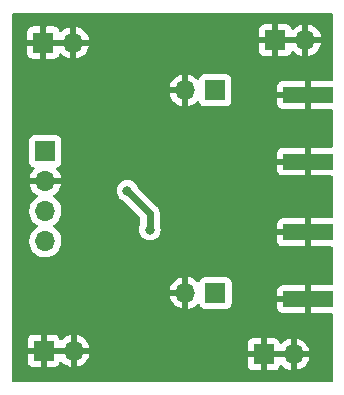
<source format=gbr>
%TF.GenerationSoftware,KiCad,Pcbnew,(6.0.2)*%
%TF.CreationDate,2022-11-21T15:27:55-08:00*%
%TF.ProjectId,si514_clock,73693531-345f-4636-9c6f-636b2e6b6963,rev?*%
%TF.SameCoordinates,PX86903e0PY67ceb50*%
%TF.FileFunction,Copper,L2,Bot*%
%TF.FilePolarity,Positive*%
%FSLAX46Y46*%
G04 Gerber Fmt 4.6, Leading zero omitted, Abs format (unit mm)*
G04 Created by KiCad (PCBNEW (6.0.2)) date 2022-11-21 15:27:55*
%MOMM*%
%LPD*%
G01*
G04 APERTURE LIST*
%TA.AperFunction,SMDPad,CuDef*%
%ADD10R,4.200000X1.350000*%
%TD*%
%TA.AperFunction,ComponentPad*%
%ADD11R,1.700000X1.700000*%
%TD*%
%TA.AperFunction,ComponentPad*%
%ADD12O,1.700000X1.700000*%
%TD*%
%TA.AperFunction,ViaPad*%
%ADD13C,0.800000*%
%TD*%
%TA.AperFunction,Conductor*%
%ADD14C,0.609600*%
%TD*%
G04 APERTURE END LIST*
D10*
%TO.P,J7,2,Ext*%
%TO.N,GND*%
X25600000Y7525000D03*
X25600000Y13175000D03*
%TD*%
D11*
%TO.P,J8,1,Pin_1*%
%TO.N,/CLK+*%
X17750000Y8050000D03*
D12*
%TO.P,J8,2,Pin_2*%
%TO.N,GND*%
X15210000Y8050000D03*
%TD*%
D10*
%TO.P,J6,2,Ext*%
%TO.N,GND*%
X25600000Y24825000D03*
X25600000Y19175000D03*
%TD*%
D11*
%TO.P,J9,1,Pin_1*%
%TO.N,/CLK-*%
X17740000Y25200000D03*
D12*
%TO.P,J9,2,Pin_2*%
%TO.N,GND*%
X15200000Y25200000D03*
%TD*%
D11*
%TO.P,J3,1,Pin_1*%
%TO.N,GND*%
X3175000Y29250000D03*
D12*
%TO.P,J3,2,Pin_2*%
X5715000Y29250000D03*
%TD*%
D11*
%TO.P,J1,1,Pin_1*%
%TO.N,GND*%
X3200000Y3150000D03*
D12*
%TO.P,J1,2,Pin_2*%
X5740000Y3150000D03*
%TD*%
D11*
%TO.P,J2,1,Pin_1*%
%TO.N,GND*%
X21825000Y2850000D03*
D12*
%TO.P,J2,2,Pin_2*%
X24365000Y2850000D03*
%TD*%
D11*
%TO.P,J5,1,Pin_1*%
%TO.N,/VDD3.3*%
X3350000Y20050000D03*
D12*
%TO.P,J5,2,Pin_2*%
%TO.N,GND*%
X3350000Y17510000D03*
%TO.P,J5,3,Pin_3*%
%TO.N,/SCL*%
X3350000Y14970000D03*
%TO.P,J5,4,Pin_4*%
%TO.N,/SDA*%
X3350000Y12430000D03*
%TD*%
D11*
%TO.P,J4,1,Pin_1*%
%TO.N,GND*%
X22825000Y29450000D03*
D12*
%TO.P,J4,2,Pin_2*%
X25365000Y29450000D03*
%TD*%
D13*
%TO.N,GND*%
X14600000Y29400000D03*
X6250000Y17350000D03*
X6800000Y8200000D03*
X21600000Y7300000D03*
X24400000Y16150000D03*
X16300000Y20800000D03*
X14000000Y12100001D03*
%TO.N,/SDA*%
X12200000Y13400000D03*
X10300000Y16700000D03*
%TD*%
D14*
%TO.N,/SDA*%
X12200000Y14800000D02*
X10300000Y16700000D01*
X12200000Y13400000D02*
X12200000Y14800000D01*
%TD*%
%TA.AperFunction,Conductor*%
%TO.N,GND*%
G36*
X27634121Y31721998D02*
G01*
X27680614Y31668342D01*
X27692000Y31616000D01*
X27692000Y26134000D01*
X27671998Y26065879D01*
X27618342Y26019386D01*
X27566000Y26008000D01*
X25872115Y26008000D01*
X25856876Y26003525D01*
X25855671Y26002135D01*
X25854000Y25994452D01*
X25854000Y23660116D01*
X25858475Y23644877D01*
X25859865Y23643672D01*
X25867548Y23642001D01*
X27566000Y23642001D01*
X27634121Y23621999D01*
X27680614Y23568343D01*
X27692000Y23516001D01*
X27692000Y20484000D01*
X27671998Y20415879D01*
X27618342Y20369386D01*
X27566000Y20358000D01*
X25872115Y20358000D01*
X25856876Y20353525D01*
X25855671Y20352135D01*
X25854000Y20344452D01*
X25854000Y18010116D01*
X25858475Y17994877D01*
X25859865Y17993672D01*
X25867548Y17992001D01*
X27566000Y17992001D01*
X27634121Y17971999D01*
X27680614Y17918343D01*
X27692000Y17866001D01*
X27692000Y14484000D01*
X27671998Y14415879D01*
X27618342Y14369386D01*
X27566000Y14358000D01*
X25872115Y14358000D01*
X25856876Y14353525D01*
X25855671Y14352135D01*
X25854000Y14344452D01*
X25854000Y12010116D01*
X25858475Y11994877D01*
X25859865Y11993672D01*
X25867548Y11992001D01*
X27566000Y11992001D01*
X27634121Y11971999D01*
X27680614Y11918343D01*
X27692000Y11866001D01*
X27692000Y8834000D01*
X27671998Y8765879D01*
X27618342Y8719386D01*
X27566000Y8708000D01*
X25872115Y8708000D01*
X25856876Y8703525D01*
X25855671Y8702135D01*
X25854000Y8694452D01*
X25854000Y6360116D01*
X25858475Y6344877D01*
X25859865Y6343672D01*
X25867548Y6342001D01*
X27566000Y6342001D01*
X27634121Y6321999D01*
X27680614Y6268343D01*
X27692000Y6216001D01*
X27692000Y634000D01*
X27671998Y565879D01*
X27618342Y519386D01*
X27566000Y508000D01*
X634000Y508000D01*
X565879Y528002D01*
X519386Y581658D01*
X508000Y634000D01*
X508000Y2255331D01*
X1842001Y2255331D01*
X1842371Y2248510D01*
X1847895Y2197648D01*
X1851521Y2182396D01*
X1896676Y2061946D01*
X1905214Y2046351D01*
X1981715Y1944276D01*
X1994276Y1931715D01*
X2096351Y1855214D01*
X2111946Y1846676D01*
X2232394Y1801522D01*
X2247649Y1797895D01*
X2298514Y1792369D01*
X2305328Y1792000D01*
X2927885Y1792000D01*
X2943124Y1796475D01*
X2944329Y1797865D01*
X2946000Y1805548D01*
X2946000Y1810116D01*
X3454000Y1810116D01*
X3458475Y1794877D01*
X3459865Y1793672D01*
X3467548Y1792001D01*
X4094669Y1792001D01*
X4101490Y1792371D01*
X4152352Y1797895D01*
X4167604Y1801521D01*
X4288054Y1846676D01*
X4303649Y1855214D01*
X4405724Y1931715D01*
X4418285Y1944276D01*
X4494786Y2046351D01*
X4503325Y2061948D01*
X4544425Y2171582D01*
X4587066Y2228347D01*
X4653628Y2253047D01*
X4722977Y2237840D01*
X4757645Y2209850D01*
X4783219Y2180326D01*
X4790580Y2173117D01*
X4954434Y2037084D01*
X4962881Y2031169D01*
X5146756Y1923721D01*
X5156042Y1919271D01*
X5355001Y1843297D01*
X5364899Y1840421D01*
X5468250Y1819394D01*
X5482299Y1820590D01*
X5486000Y1830935D01*
X5486000Y1831483D01*
X5994000Y1831483D01*
X5998064Y1817641D01*
X6011478Y1815607D01*
X6018184Y1816466D01*
X6028262Y1818608D01*
X6232255Y1879809D01*
X6241842Y1883567D01*
X6388330Y1955331D01*
X20467001Y1955331D01*
X20467371Y1948510D01*
X20472895Y1897648D01*
X20476521Y1882396D01*
X20521676Y1761946D01*
X20530214Y1746351D01*
X20606715Y1644276D01*
X20619276Y1631715D01*
X20721351Y1555214D01*
X20736946Y1546676D01*
X20857394Y1501522D01*
X20872649Y1497895D01*
X20923514Y1492369D01*
X20930328Y1492000D01*
X21552885Y1492000D01*
X21568124Y1496475D01*
X21569329Y1497865D01*
X21571000Y1505548D01*
X21571000Y1510116D01*
X22079000Y1510116D01*
X22083475Y1494877D01*
X22084865Y1493672D01*
X22092548Y1492001D01*
X22719669Y1492001D01*
X22726490Y1492371D01*
X22777352Y1497895D01*
X22792604Y1501521D01*
X22913054Y1546676D01*
X22928649Y1555214D01*
X23030724Y1631715D01*
X23043285Y1644276D01*
X23119786Y1746351D01*
X23128325Y1761948D01*
X23169425Y1871582D01*
X23212066Y1928347D01*
X23278628Y1953047D01*
X23347977Y1937840D01*
X23382645Y1909850D01*
X23408219Y1880326D01*
X23415580Y1873117D01*
X23579434Y1737084D01*
X23587881Y1731169D01*
X23771756Y1623721D01*
X23781042Y1619271D01*
X23980001Y1543297D01*
X23989899Y1540421D01*
X24093250Y1519394D01*
X24107299Y1520590D01*
X24111000Y1530935D01*
X24111000Y1531483D01*
X24619000Y1531483D01*
X24623064Y1517641D01*
X24636478Y1515607D01*
X24643184Y1516466D01*
X24653262Y1518608D01*
X24857255Y1579809D01*
X24866842Y1583567D01*
X25058095Y1677261D01*
X25066945Y1682536D01*
X25240328Y1806208D01*
X25248200Y1812861D01*
X25399052Y1963188D01*
X25405730Y1971035D01*
X25530003Y2143980D01*
X25535313Y2152817D01*
X25629670Y2343733D01*
X25633469Y2353328D01*
X25695377Y2557090D01*
X25697555Y2567163D01*
X25698986Y2578038D01*
X25696775Y2592222D01*
X25683617Y2596000D01*
X24637115Y2596000D01*
X24621876Y2591525D01*
X24620671Y2590135D01*
X24619000Y2582452D01*
X24619000Y1531483D01*
X24111000Y1531483D01*
X24111000Y2577885D01*
X24106525Y2593124D01*
X24105135Y2594329D01*
X24097452Y2596000D01*
X22097115Y2596000D01*
X22081876Y2591525D01*
X22080671Y2590135D01*
X22079000Y2582452D01*
X22079000Y1510116D01*
X21571000Y1510116D01*
X21571000Y2577885D01*
X21566525Y2593124D01*
X21565135Y2594329D01*
X21557452Y2596000D01*
X20485116Y2596000D01*
X20469877Y2591525D01*
X20468672Y2590135D01*
X20467001Y2582452D01*
X20467001Y1955331D01*
X6388330Y1955331D01*
X6433095Y1977261D01*
X6441945Y1982536D01*
X6615328Y2106208D01*
X6623200Y2112861D01*
X6774052Y2263188D01*
X6780730Y2271035D01*
X6905003Y2443980D01*
X6910313Y2452817D01*
X7004670Y2643733D01*
X7008469Y2653328D01*
X7070377Y2857090D01*
X7072555Y2867163D01*
X7073986Y2878038D01*
X7071775Y2892222D01*
X7058617Y2896000D01*
X6012115Y2896000D01*
X5996876Y2891525D01*
X5995671Y2890135D01*
X5994000Y2882452D01*
X5994000Y1831483D01*
X5486000Y1831483D01*
X5486000Y2877885D01*
X5481525Y2893124D01*
X5480135Y2894329D01*
X5472452Y2896000D01*
X3472115Y2896000D01*
X3456876Y2891525D01*
X3455671Y2890135D01*
X3454000Y2882452D01*
X3454000Y1810116D01*
X2946000Y1810116D01*
X2946000Y2877885D01*
X2941525Y2893124D01*
X2940135Y2894329D01*
X2932452Y2896000D01*
X1860116Y2896000D01*
X1844877Y2891525D01*
X1843672Y2890135D01*
X1842001Y2882452D01*
X1842001Y2255331D01*
X508000Y2255331D01*
X508000Y3122115D01*
X20467000Y3122115D01*
X20471475Y3106876D01*
X20472865Y3105671D01*
X20480548Y3104000D01*
X21552885Y3104000D01*
X21568124Y3108475D01*
X21569329Y3109865D01*
X21571000Y3117548D01*
X21571000Y3122115D01*
X22079000Y3122115D01*
X22083475Y3106876D01*
X22084865Y3105671D01*
X22092548Y3104000D01*
X24092885Y3104000D01*
X24108124Y3108475D01*
X24109329Y3109865D01*
X24111000Y3117548D01*
X24111000Y3122115D01*
X24619000Y3122115D01*
X24623475Y3106876D01*
X24624865Y3105671D01*
X24632548Y3104000D01*
X25683344Y3104000D01*
X25696875Y3107973D01*
X25698180Y3117053D01*
X25656214Y3284125D01*
X25652894Y3293876D01*
X25567972Y3489186D01*
X25563105Y3498261D01*
X25447426Y3677074D01*
X25441136Y3685243D01*
X25297806Y3842760D01*
X25290273Y3849785D01*
X25123139Y3981778D01*
X25114552Y3987483D01*
X24928117Y4090401D01*
X24918705Y4094631D01*
X24717959Y4165720D01*
X24707988Y4168354D01*
X24636837Y4181028D01*
X24623540Y4179568D01*
X24619000Y4165011D01*
X24619000Y3122115D01*
X24111000Y3122115D01*
X24111000Y4166898D01*
X24107082Y4180242D01*
X24092806Y4182229D01*
X24054324Y4176340D01*
X24044288Y4173949D01*
X23841868Y4107788D01*
X23832359Y4103791D01*
X23643463Y4005458D01*
X23634738Y3999964D01*
X23464433Y3872095D01*
X23456726Y3865252D01*
X23379094Y3784015D01*
X23317570Y3748585D01*
X23246657Y3752042D01*
X23188871Y3793288D01*
X23170018Y3826836D01*
X23128324Y3938054D01*
X23119786Y3953649D01*
X23043285Y4055724D01*
X23030724Y4068285D01*
X22928649Y4144786D01*
X22913054Y4153324D01*
X22792606Y4198478D01*
X22777351Y4202105D01*
X22726486Y4207631D01*
X22719672Y4208000D01*
X22097115Y4208000D01*
X22081876Y4203525D01*
X22080671Y4202135D01*
X22079000Y4194452D01*
X22079000Y3122115D01*
X21571000Y3122115D01*
X21571000Y4189884D01*
X21566525Y4205123D01*
X21565135Y4206328D01*
X21557452Y4207999D01*
X20930331Y4207999D01*
X20923510Y4207629D01*
X20872648Y4202105D01*
X20857396Y4198479D01*
X20736946Y4153324D01*
X20721351Y4144786D01*
X20619276Y4068285D01*
X20606715Y4055724D01*
X20530214Y3953649D01*
X20521676Y3938054D01*
X20476522Y3817606D01*
X20472895Y3802351D01*
X20467369Y3751486D01*
X20467000Y3744672D01*
X20467000Y3122115D01*
X508000Y3122115D01*
X508000Y3422115D01*
X1842000Y3422115D01*
X1846475Y3406876D01*
X1847865Y3405671D01*
X1855548Y3404000D01*
X2927885Y3404000D01*
X2943124Y3408475D01*
X2944329Y3409865D01*
X2946000Y3417548D01*
X2946000Y3422115D01*
X3454000Y3422115D01*
X3458475Y3406876D01*
X3459865Y3405671D01*
X3467548Y3404000D01*
X5467885Y3404000D01*
X5483124Y3408475D01*
X5484329Y3409865D01*
X5486000Y3417548D01*
X5486000Y3422115D01*
X5994000Y3422115D01*
X5998475Y3406876D01*
X5999865Y3405671D01*
X6007548Y3404000D01*
X7058344Y3404000D01*
X7071875Y3407973D01*
X7073180Y3417053D01*
X7031214Y3584125D01*
X7027894Y3593876D01*
X6942972Y3789186D01*
X6938105Y3798261D01*
X6822426Y3977074D01*
X6816136Y3985243D01*
X6672806Y4142760D01*
X6665273Y4149785D01*
X6498139Y4281778D01*
X6489552Y4287483D01*
X6303117Y4390401D01*
X6293705Y4394631D01*
X6092959Y4465720D01*
X6082988Y4468354D01*
X6011837Y4481028D01*
X5998540Y4479568D01*
X5994000Y4465011D01*
X5994000Y3422115D01*
X5486000Y3422115D01*
X5486000Y4466898D01*
X5482082Y4480242D01*
X5467806Y4482229D01*
X5429324Y4476340D01*
X5419288Y4473949D01*
X5216868Y4407788D01*
X5207359Y4403791D01*
X5018463Y4305458D01*
X5009738Y4299964D01*
X4839433Y4172095D01*
X4831726Y4165252D01*
X4754094Y4084015D01*
X4692570Y4048585D01*
X4621657Y4052042D01*
X4563871Y4093288D01*
X4545018Y4126836D01*
X4503324Y4238054D01*
X4494786Y4253649D01*
X4418285Y4355724D01*
X4405724Y4368285D01*
X4303649Y4444786D01*
X4288054Y4453324D01*
X4167606Y4498478D01*
X4152351Y4502105D01*
X4101486Y4507631D01*
X4094672Y4508000D01*
X3472115Y4508000D01*
X3456876Y4503525D01*
X3455671Y4502135D01*
X3454000Y4494452D01*
X3454000Y3422115D01*
X2946000Y3422115D01*
X2946000Y4489884D01*
X2941525Y4505123D01*
X2940135Y4506328D01*
X2932452Y4507999D01*
X2305331Y4507999D01*
X2298510Y4507629D01*
X2247648Y4502105D01*
X2232396Y4498479D01*
X2111946Y4453324D01*
X2096351Y4444786D01*
X1994276Y4368285D01*
X1981715Y4355724D01*
X1905214Y4253649D01*
X1896676Y4238054D01*
X1851522Y4117606D01*
X1847895Y4102351D01*
X1842369Y4051486D01*
X1842000Y4044672D01*
X1842000Y3422115D01*
X508000Y3422115D01*
X508000Y7782034D01*
X13878257Y7782034D01*
X13908565Y7647554D01*
X13911645Y7637725D01*
X13991770Y7440397D01*
X13996413Y7431206D01*
X14107694Y7249612D01*
X14113777Y7241301D01*
X14253213Y7080333D01*
X14260580Y7073117D01*
X14424434Y6937084D01*
X14432881Y6931169D01*
X14616756Y6823721D01*
X14626042Y6819271D01*
X14825001Y6743297D01*
X14834899Y6740421D01*
X14938250Y6719394D01*
X14952299Y6720590D01*
X14956000Y6730935D01*
X14956000Y6731483D01*
X15464000Y6731483D01*
X15468064Y6717641D01*
X15481478Y6715607D01*
X15488184Y6716466D01*
X15498262Y6718608D01*
X15702255Y6779809D01*
X15711842Y6783567D01*
X15903095Y6877261D01*
X15911945Y6882536D01*
X16085328Y7006208D01*
X16093193Y7012855D01*
X16197897Y7117195D01*
X16260268Y7151111D01*
X16331075Y7145923D01*
X16387837Y7103277D01*
X16404819Y7072174D01*
X16449385Y6953295D01*
X16536739Y6836739D01*
X16653295Y6749385D01*
X16789684Y6698255D01*
X16851866Y6691500D01*
X18648134Y6691500D01*
X18710316Y6698255D01*
X18846705Y6749385D01*
X18921353Y6805331D01*
X22992001Y6805331D01*
X22992371Y6798510D01*
X22997895Y6747648D01*
X23001521Y6732396D01*
X23046676Y6611946D01*
X23055214Y6596351D01*
X23131715Y6494276D01*
X23144276Y6481715D01*
X23246351Y6405214D01*
X23261946Y6396676D01*
X23382394Y6351522D01*
X23397649Y6347895D01*
X23448514Y6342369D01*
X23455328Y6342000D01*
X25327885Y6342000D01*
X25343124Y6346475D01*
X25344329Y6347865D01*
X25346000Y6355548D01*
X25346000Y7252885D01*
X25341525Y7268124D01*
X25340135Y7269329D01*
X25332452Y7271000D01*
X23010116Y7271000D01*
X22994877Y7266525D01*
X22993672Y7265135D01*
X22992001Y7257452D01*
X22992001Y6805331D01*
X18921353Y6805331D01*
X18963261Y6836739D01*
X19050615Y6953295D01*
X19101745Y7089684D01*
X19108500Y7151866D01*
X19108500Y7797115D01*
X22992000Y7797115D01*
X22996475Y7781876D01*
X22997865Y7780671D01*
X23005548Y7779000D01*
X25327885Y7779000D01*
X25343124Y7783475D01*
X25344329Y7784865D01*
X25346000Y7792548D01*
X25346000Y8689884D01*
X25341525Y8705123D01*
X25340135Y8706328D01*
X25332452Y8707999D01*
X23455331Y8707999D01*
X23448510Y8707629D01*
X23397648Y8702105D01*
X23382396Y8698479D01*
X23261946Y8653324D01*
X23246351Y8644786D01*
X23144276Y8568285D01*
X23131715Y8555724D01*
X23055214Y8453649D01*
X23046676Y8438054D01*
X23001522Y8317606D01*
X22997895Y8302351D01*
X22992369Y8251486D01*
X22992000Y8244672D01*
X22992000Y7797115D01*
X19108500Y7797115D01*
X19108500Y8948134D01*
X19101745Y9010316D01*
X19050615Y9146705D01*
X18963261Y9263261D01*
X18846705Y9350615D01*
X18710316Y9401745D01*
X18648134Y9408500D01*
X16851866Y9408500D01*
X16789684Y9401745D01*
X16653295Y9350615D01*
X16536739Y9263261D01*
X16449385Y9146705D01*
X16446233Y9138297D01*
X16446232Y9138295D01*
X16404722Y9027567D01*
X16362081Y8970802D01*
X16295519Y8946102D01*
X16226170Y8961309D01*
X16193546Y8986996D01*
X16142799Y9042766D01*
X16135273Y9049785D01*
X15968139Y9181778D01*
X15959552Y9187483D01*
X15773117Y9290401D01*
X15763705Y9294631D01*
X15562959Y9365720D01*
X15552988Y9368354D01*
X15481837Y9381028D01*
X15468540Y9379568D01*
X15464000Y9365011D01*
X15464000Y6731483D01*
X14956000Y6731483D01*
X14956000Y7777885D01*
X14951525Y7793124D01*
X14950135Y7794329D01*
X14942452Y7796000D01*
X13893225Y7796000D01*
X13879694Y7792027D01*
X13878257Y7782034D01*
X508000Y7782034D01*
X508000Y8315817D01*
X13874389Y8315817D01*
X13875912Y8307393D01*
X13888292Y8304000D01*
X14937885Y8304000D01*
X14953124Y8308475D01*
X14954329Y8309865D01*
X14956000Y8317548D01*
X14956000Y9366898D01*
X14952082Y9380242D01*
X14937806Y9382229D01*
X14899324Y9376340D01*
X14889288Y9373949D01*
X14686868Y9307788D01*
X14677359Y9303791D01*
X14488463Y9205458D01*
X14479738Y9199964D01*
X14309433Y9072095D01*
X14301726Y9065252D01*
X14154590Y8911283D01*
X14148104Y8903273D01*
X14028098Y8727351D01*
X14023000Y8718377D01*
X13933338Y8525217D01*
X13929775Y8515530D01*
X13874389Y8315817D01*
X508000Y8315817D01*
X508000Y12463305D01*
X1987251Y12463305D01*
X1987548Y12458152D01*
X1987548Y12458149D01*
X1993011Y12363410D01*
X2000110Y12240285D01*
X2001247Y12235239D01*
X2001248Y12235233D01*
X2021119Y12147061D01*
X2049222Y12022361D01*
X2133266Y11815384D01*
X2249987Y11624912D01*
X2396250Y11456062D01*
X2568126Y11313368D01*
X2761000Y11200662D01*
X2969692Y11120970D01*
X2974760Y11119939D01*
X2974763Y11119938D01*
X3082017Y11098117D01*
X3188597Y11076433D01*
X3193772Y11076243D01*
X3193774Y11076243D01*
X3406673Y11068436D01*
X3406677Y11068436D01*
X3411837Y11068247D01*
X3416957Y11068903D01*
X3416959Y11068903D01*
X3628288Y11095975D01*
X3628289Y11095975D01*
X3633416Y11096632D01*
X3638366Y11098117D01*
X3842429Y11159339D01*
X3842434Y11159341D01*
X3847384Y11160826D01*
X4047994Y11259104D01*
X4229860Y11388827D01*
X4388096Y11546511D01*
X4447594Y11629311D01*
X4515435Y11723723D01*
X4518453Y11727923D01*
X4617430Y11928189D01*
X4682370Y12141931D01*
X4711529Y12363410D01*
X4713156Y12430000D01*
X4711073Y12455331D01*
X22992001Y12455331D01*
X22992371Y12448510D01*
X22997895Y12397648D01*
X23001521Y12382396D01*
X23046676Y12261946D01*
X23055214Y12246351D01*
X23131715Y12144276D01*
X23144276Y12131715D01*
X23246351Y12055214D01*
X23261946Y12046676D01*
X23382394Y12001522D01*
X23397649Y11997895D01*
X23448514Y11992369D01*
X23455328Y11992000D01*
X25327885Y11992000D01*
X25343124Y11996475D01*
X25344329Y11997865D01*
X25346000Y12005548D01*
X25346000Y12902885D01*
X25341525Y12918124D01*
X25340135Y12919329D01*
X25332452Y12921000D01*
X23010116Y12921000D01*
X22994877Y12916525D01*
X22993672Y12915135D01*
X22992001Y12907452D01*
X22992001Y12455331D01*
X4711073Y12455331D01*
X4694852Y12652639D01*
X4640431Y12869298D01*
X4551354Y13074160D01*
X4430014Y13261723D01*
X4279670Y13426949D01*
X4275619Y13430148D01*
X4275615Y13430152D01*
X4108414Y13562200D01*
X4108410Y13562202D01*
X4104359Y13565402D01*
X4063053Y13588204D01*
X4013084Y13638636D01*
X3998312Y13708079D01*
X4023428Y13774484D01*
X4050780Y13801091D01*
X4108249Y13842083D01*
X4229860Y13928827D01*
X4253467Y13952351D01*
X4384435Y14082863D01*
X4388096Y14086511D01*
X4447594Y14169311D01*
X4515435Y14263723D01*
X4518453Y14267923D01*
X4531730Y14294786D01*
X4615136Y14463547D01*
X4615137Y14463549D01*
X4617430Y14468189D01*
X4682370Y14681931D01*
X4711529Y14903410D01*
X4711611Y14906760D01*
X4713074Y14966635D01*
X4713074Y14966639D01*
X4713156Y14970000D01*
X4694852Y15192639D01*
X4640431Y15409298D01*
X4551354Y15614160D01*
X4430014Y15801723D01*
X4279670Y15966949D01*
X4275619Y15970148D01*
X4275615Y15970152D01*
X4108414Y16102200D01*
X4108410Y16102202D01*
X4104359Y16105402D01*
X4062569Y16128471D01*
X4012598Y16178903D01*
X3997826Y16248346D01*
X4022942Y16314752D01*
X4050294Y16341359D01*
X4225328Y16466208D01*
X4233200Y16472861D01*
X4384052Y16623188D01*
X4390730Y16631035D01*
X4440286Y16700000D01*
X9386496Y16700000D01*
X9406458Y16510072D01*
X9465473Y16328444D01*
X9560960Y16163056D01*
X9565378Y16158149D01*
X9565379Y16158148D01*
X9612872Y16105402D01*
X9688747Y16021134D01*
X9843248Y15908882D01*
X9849276Y15906198D01*
X9849278Y15906197D01*
X9998007Y15839979D01*
X10035853Y15813967D01*
X11349795Y14500025D01*
X11383821Y14437713D01*
X11386700Y14410930D01*
X11386700Y13842083D01*
X11371004Y13783510D01*
X11371461Y13783307D01*
X11370177Y13780423D01*
X11369817Y13779080D01*
X11365473Y13771556D01*
X11306458Y13589928D01*
X11305768Y13583367D01*
X11305768Y13583365D01*
X11290968Y13442548D01*
X11286496Y13400000D01*
X11306458Y13210072D01*
X11365473Y13028444D01*
X11460960Y12863056D01*
X11588747Y12721134D01*
X11743248Y12608882D01*
X11749276Y12606198D01*
X11749278Y12606197D01*
X11911681Y12533891D01*
X11917712Y12531206D01*
X12011112Y12511353D01*
X12098056Y12492872D01*
X12098061Y12492872D01*
X12104513Y12491500D01*
X12295487Y12491500D01*
X12301939Y12492872D01*
X12301944Y12492872D01*
X12388888Y12511353D01*
X12482288Y12531206D01*
X12488319Y12533891D01*
X12650722Y12606197D01*
X12650724Y12606198D01*
X12656752Y12608882D01*
X12811253Y12721134D01*
X12939040Y12863056D01*
X13034527Y13028444D01*
X13093542Y13210072D01*
X13113504Y13400000D01*
X13109032Y13442548D01*
X13108552Y13447115D01*
X22992000Y13447115D01*
X22996475Y13431876D01*
X22997865Y13430671D01*
X23005548Y13429000D01*
X25327885Y13429000D01*
X25343124Y13433475D01*
X25344329Y13434865D01*
X25346000Y13442548D01*
X25346000Y14339884D01*
X25341525Y14355123D01*
X25340135Y14356328D01*
X25332452Y14357999D01*
X23455331Y14357999D01*
X23448510Y14357629D01*
X23397648Y14352105D01*
X23382396Y14348479D01*
X23261946Y14303324D01*
X23246351Y14294786D01*
X23144276Y14218285D01*
X23131715Y14205724D01*
X23055214Y14103649D01*
X23046676Y14088054D01*
X23001522Y13967606D01*
X22997895Y13952351D01*
X22992369Y13901486D01*
X22992000Y13894672D01*
X22992000Y13447115D01*
X13108552Y13447115D01*
X13094232Y13583365D01*
X13094232Y13583367D01*
X13093542Y13589928D01*
X13034527Y13771556D01*
X13030183Y13779080D01*
X13029823Y13780423D01*
X13028539Y13783307D01*
X13028996Y13783510D01*
X13013300Y13842083D01*
X13013300Y14790737D01*
X13013307Y14792056D01*
X13014182Y14875661D01*
X13014256Y14882709D01*
X13005032Y14925370D01*
X13002972Y14937949D01*
X12998892Y14974329D01*
X12998891Y14974332D01*
X12998107Y14981325D01*
X12986998Y15013226D01*
X12982836Y15028036D01*
X12977188Y15054161D01*
X12977187Y15054164D01*
X12975698Y15061051D01*
X12957251Y15100610D01*
X12952453Y15112424D01*
X12940417Y15146988D01*
X12938101Y15153639D01*
X12934367Y15159614D01*
X12934365Y15159619D01*
X12920205Y15182280D01*
X12912864Y15195799D01*
X12901562Y15220037D01*
X12901560Y15220041D01*
X12898586Y15226418D01*
X12894274Y15231977D01*
X12894269Y15231985D01*
X12871833Y15260908D01*
X12864537Y15271366D01*
X12845146Y15302399D01*
X12845145Y15302401D01*
X12841411Y15308376D01*
X12812644Y15337344D01*
X12812047Y15337982D01*
X12811527Y15338653D01*
X12785269Y15364911D01*
X12712841Y15437846D01*
X12711800Y15438506D01*
X12710565Y15439615D01*
X11182825Y16967355D01*
X11152087Y17017513D01*
X11136568Y17065275D01*
X11136567Y17065276D01*
X11134527Y17071556D01*
X11039040Y17236944D01*
X10911253Y17378866D01*
X10756752Y17491118D01*
X10750724Y17493802D01*
X10750722Y17493803D01*
X10588319Y17566109D01*
X10588318Y17566109D01*
X10582288Y17568794D01*
X10488888Y17588647D01*
X10401944Y17607128D01*
X10401939Y17607128D01*
X10395487Y17608500D01*
X10204513Y17608500D01*
X10198061Y17607128D01*
X10198056Y17607128D01*
X10111112Y17588647D01*
X10017712Y17568794D01*
X10011682Y17566109D01*
X10011681Y17566109D01*
X9849278Y17493803D01*
X9849276Y17493802D01*
X9843248Y17491118D01*
X9688747Y17378866D01*
X9560960Y17236944D01*
X9465473Y17071556D01*
X9406458Y16889928D01*
X9405768Y16883367D01*
X9405768Y16883365D01*
X9387506Y16709612D01*
X9386496Y16700000D01*
X4440286Y16700000D01*
X4515003Y16803980D01*
X4520313Y16812817D01*
X4614670Y17003733D01*
X4618469Y17013328D01*
X4680377Y17217090D01*
X4682555Y17227163D01*
X4683986Y17238038D01*
X4681775Y17252222D01*
X4668617Y17256000D01*
X2033225Y17256000D01*
X2019694Y17252027D01*
X2018257Y17242034D01*
X2048565Y17107554D01*
X2051645Y17097725D01*
X2131770Y16900397D01*
X2136413Y16891206D01*
X2247694Y16709612D01*
X2253777Y16701301D01*
X2393213Y16540333D01*
X2400580Y16533117D01*
X2564434Y16397084D01*
X2572881Y16391169D01*
X2641969Y16350797D01*
X2690693Y16299158D01*
X2703764Y16229375D01*
X2677033Y16163604D01*
X2636584Y16130248D01*
X2623607Y16123493D01*
X2619474Y16120390D01*
X2619471Y16120388D01*
X2449100Y15992470D01*
X2444965Y15989365D01*
X2290629Y15827862D01*
X2164743Y15643320D01*
X2070688Y15440695D01*
X2010989Y15225430D01*
X1987251Y15003305D01*
X1987548Y14998152D01*
X1987548Y14998149D01*
X1993011Y14903410D01*
X2000110Y14780285D01*
X2001247Y14775239D01*
X2001248Y14775233D01*
X2021119Y14687061D01*
X2049222Y14562361D01*
X2133266Y14355384D01*
X2249987Y14164912D01*
X2396250Y13996062D01*
X2568126Y13853368D01*
X2587438Y13842083D01*
X2641445Y13810524D01*
X2690169Y13758886D01*
X2703240Y13689103D01*
X2676509Y13623331D01*
X2636055Y13589973D01*
X2623607Y13583493D01*
X2619474Y13580390D01*
X2619471Y13580388D01*
X2595247Y13562200D01*
X2444965Y13449365D01*
X2290629Y13287862D01*
X2164743Y13103320D01*
X2149003Y13069410D01*
X2077391Y12915135D01*
X2070688Y12900695D01*
X2010989Y12685430D01*
X1987251Y12463305D01*
X508000Y12463305D01*
X508000Y19151866D01*
X1991500Y19151866D01*
X1998255Y19089684D01*
X2049385Y18953295D01*
X2136739Y18836739D01*
X2253295Y18749385D01*
X2261704Y18746233D01*
X2261705Y18746232D01*
X2370960Y18705274D01*
X2427725Y18662633D01*
X2452425Y18596071D01*
X2437218Y18526722D01*
X2417825Y18500241D01*
X2294590Y18371283D01*
X2288104Y18363273D01*
X2168098Y18187351D01*
X2163000Y18178377D01*
X2073338Y17985217D01*
X2069775Y17975530D01*
X2014389Y17775817D01*
X2015912Y17767393D01*
X2028292Y17764000D01*
X4668344Y17764000D01*
X4681875Y17767973D01*
X4683180Y17777053D01*
X4641214Y17944125D01*
X4637894Y17953876D01*
X4552972Y18149186D01*
X4548105Y18158261D01*
X4432426Y18337074D01*
X4426136Y18345243D01*
X4325963Y18455331D01*
X22992001Y18455331D01*
X22992371Y18448510D01*
X22997895Y18397648D01*
X23001521Y18382396D01*
X23046676Y18261946D01*
X23055214Y18246351D01*
X23131715Y18144276D01*
X23144276Y18131715D01*
X23246351Y18055214D01*
X23261946Y18046676D01*
X23382394Y18001522D01*
X23397649Y17997895D01*
X23448514Y17992369D01*
X23455328Y17992000D01*
X25327885Y17992000D01*
X25343124Y17996475D01*
X25344329Y17997865D01*
X25346000Y18005548D01*
X25346000Y18902885D01*
X25341525Y18918124D01*
X25340135Y18919329D01*
X25332452Y18921000D01*
X23010116Y18921000D01*
X22994877Y18916525D01*
X22993672Y18915135D01*
X22992001Y18907452D01*
X22992001Y18455331D01*
X4325963Y18455331D01*
X4282293Y18503323D01*
X4251241Y18567169D01*
X4259635Y18637667D01*
X4304812Y18692436D01*
X4331256Y18706105D01*
X4438297Y18746233D01*
X4446705Y18749385D01*
X4563261Y18836739D01*
X4650615Y18953295D01*
X4701745Y19089684D01*
X4708500Y19151866D01*
X4708500Y19447115D01*
X22992000Y19447115D01*
X22996475Y19431876D01*
X22997865Y19430671D01*
X23005548Y19429000D01*
X25327885Y19429000D01*
X25343124Y19433475D01*
X25344329Y19434865D01*
X25346000Y19442548D01*
X25346000Y20339884D01*
X25341525Y20355123D01*
X25340135Y20356328D01*
X25332452Y20357999D01*
X23455331Y20357999D01*
X23448510Y20357629D01*
X23397648Y20352105D01*
X23382396Y20348479D01*
X23261946Y20303324D01*
X23246351Y20294786D01*
X23144276Y20218285D01*
X23131715Y20205724D01*
X23055214Y20103649D01*
X23046676Y20088054D01*
X23001522Y19967606D01*
X22997895Y19952351D01*
X22992369Y19901486D01*
X22992000Y19894672D01*
X22992000Y19447115D01*
X4708500Y19447115D01*
X4708500Y20948134D01*
X4701745Y21010316D01*
X4650615Y21146705D01*
X4563261Y21263261D01*
X4446705Y21350615D01*
X4310316Y21401745D01*
X4248134Y21408500D01*
X2451866Y21408500D01*
X2389684Y21401745D01*
X2253295Y21350615D01*
X2136739Y21263261D01*
X2049385Y21146705D01*
X1998255Y21010316D01*
X1991500Y20948134D01*
X1991500Y19151866D01*
X508000Y19151866D01*
X508000Y24932034D01*
X13868257Y24932034D01*
X13898565Y24797554D01*
X13901645Y24787725D01*
X13981770Y24590397D01*
X13986413Y24581206D01*
X14097694Y24399612D01*
X14103777Y24391301D01*
X14243213Y24230333D01*
X14250580Y24223117D01*
X14414434Y24087084D01*
X14422881Y24081169D01*
X14606756Y23973721D01*
X14616042Y23969271D01*
X14815001Y23893297D01*
X14824899Y23890421D01*
X14928250Y23869394D01*
X14942299Y23870590D01*
X14946000Y23880935D01*
X14946000Y23881483D01*
X15454000Y23881483D01*
X15458064Y23867641D01*
X15471478Y23865607D01*
X15478184Y23866466D01*
X15488262Y23868608D01*
X15692255Y23929809D01*
X15701842Y23933567D01*
X15893095Y24027261D01*
X15901945Y24032536D01*
X16075328Y24156208D01*
X16083193Y24162855D01*
X16187897Y24267195D01*
X16250268Y24301111D01*
X16321075Y24295923D01*
X16377837Y24253277D01*
X16394819Y24222174D01*
X16439385Y24103295D01*
X16526739Y23986739D01*
X16643295Y23899385D01*
X16779684Y23848255D01*
X16841866Y23841500D01*
X18638134Y23841500D01*
X18700316Y23848255D01*
X18836705Y23899385D01*
X18953261Y23986739D01*
X19040615Y24103295D01*
X19041378Y24105331D01*
X22992001Y24105331D01*
X22992371Y24098510D01*
X22997895Y24047648D01*
X23001521Y24032396D01*
X23046676Y23911946D01*
X23055214Y23896351D01*
X23131715Y23794276D01*
X23144276Y23781715D01*
X23246351Y23705214D01*
X23261946Y23696676D01*
X23382394Y23651522D01*
X23397649Y23647895D01*
X23448514Y23642369D01*
X23455328Y23642000D01*
X25327885Y23642000D01*
X25343124Y23646475D01*
X25344329Y23647865D01*
X25346000Y23655548D01*
X25346000Y24552885D01*
X25341525Y24568124D01*
X25340135Y24569329D01*
X25332452Y24571000D01*
X23010116Y24571000D01*
X22994877Y24566525D01*
X22993672Y24565135D01*
X22992001Y24557452D01*
X22992001Y24105331D01*
X19041378Y24105331D01*
X19091745Y24239684D01*
X19098500Y24301866D01*
X19098500Y25097115D01*
X22992000Y25097115D01*
X22996475Y25081876D01*
X22997865Y25080671D01*
X23005548Y25079000D01*
X25327885Y25079000D01*
X25343124Y25083475D01*
X25344329Y25084865D01*
X25346000Y25092548D01*
X25346000Y25989884D01*
X25341525Y26005123D01*
X25340135Y26006328D01*
X25332452Y26007999D01*
X23455331Y26007999D01*
X23448510Y26007629D01*
X23397648Y26002105D01*
X23382396Y25998479D01*
X23261946Y25953324D01*
X23246351Y25944786D01*
X23144276Y25868285D01*
X23131715Y25855724D01*
X23055214Y25753649D01*
X23046676Y25738054D01*
X23001522Y25617606D01*
X22997895Y25602351D01*
X22992369Y25551486D01*
X22992000Y25544672D01*
X22992000Y25097115D01*
X19098500Y25097115D01*
X19098500Y26098134D01*
X19091745Y26160316D01*
X19040615Y26296705D01*
X18953261Y26413261D01*
X18836705Y26500615D01*
X18700316Y26551745D01*
X18638134Y26558500D01*
X16841866Y26558500D01*
X16779684Y26551745D01*
X16643295Y26500615D01*
X16526739Y26413261D01*
X16439385Y26296705D01*
X16436233Y26288297D01*
X16436232Y26288295D01*
X16394722Y26177567D01*
X16352081Y26120802D01*
X16285519Y26096102D01*
X16216170Y26111309D01*
X16183546Y26136996D01*
X16132799Y26192766D01*
X16125273Y26199785D01*
X15958139Y26331778D01*
X15949552Y26337483D01*
X15763117Y26440401D01*
X15753705Y26444631D01*
X15552959Y26515720D01*
X15542988Y26518354D01*
X15471837Y26531028D01*
X15458540Y26529568D01*
X15454000Y26515011D01*
X15454000Y23881483D01*
X14946000Y23881483D01*
X14946000Y24927885D01*
X14941525Y24943124D01*
X14940135Y24944329D01*
X14932452Y24946000D01*
X13883225Y24946000D01*
X13869694Y24942027D01*
X13868257Y24932034D01*
X508000Y24932034D01*
X508000Y25465817D01*
X13864389Y25465817D01*
X13865912Y25457393D01*
X13878292Y25454000D01*
X14927885Y25454000D01*
X14943124Y25458475D01*
X14944329Y25459865D01*
X14946000Y25467548D01*
X14946000Y26516898D01*
X14942082Y26530242D01*
X14927806Y26532229D01*
X14889324Y26526340D01*
X14879288Y26523949D01*
X14676868Y26457788D01*
X14667359Y26453791D01*
X14478463Y26355458D01*
X14469738Y26349964D01*
X14299433Y26222095D01*
X14291726Y26215252D01*
X14144590Y26061283D01*
X14138104Y26053273D01*
X14018098Y25877351D01*
X14013000Y25868377D01*
X13923338Y25675217D01*
X13919775Y25665530D01*
X13864389Y25465817D01*
X508000Y25465817D01*
X508000Y28355331D01*
X1817001Y28355331D01*
X1817371Y28348510D01*
X1822895Y28297648D01*
X1826521Y28282396D01*
X1871676Y28161946D01*
X1880214Y28146351D01*
X1956715Y28044276D01*
X1969276Y28031715D01*
X2071351Y27955214D01*
X2086946Y27946676D01*
X2207394Y27901522D01*
X2222649Y27897895D01*
X2273514Y27892369D01*
X2280328Y27892000D01*
X2902885Y27892000D01*
X2918124Y27896475D01*
X2919329Y27897865D01*
X2921000Y27905548D01*
X2921000Y27910116D01*
X3429000Y27910116D01*
X3433475Y27894877D01*
X3434865Y27893672D01*
X3442548Y27892001D01*
X4069669Y27892001D01*
X4076490Y27892371D01*
X4127352Y27897895D01*
X4142604Y27901521D01*
X4263054Y27946676D01*
X4278649Y27955214D01*
X4380724Y28031715D01*
X4393285Y28044276D01*
X4469786Y28146351D01*
X4478325Y28161948D01*
X4519425Y28271582D01*
X4562066Y28328347D01*
X4628628Y28353047D01*
X4697977Y28337840D01*
X4732645Y28309850D01*
X4758219Y28280326D01*
X4765580Y28273117D01*
X4929434Y28137084D01*
X4937881Y28131169D01*
X5121756Y28023721D01*
X5131042Y28019271D01*
X5330001Y27943297D01*
X5339899Y27940421D01*
X5443250Y27919394D01*
X5457299Y27920590D01*
X5461000Y27930935D01*
X5461000Y27931483D01*
X5969000Y27931483D01*
X5973064Y27917641D01*
X5986478Y27915607D01*
X5993184Y27916466D01*
X6003262Y27918608D01*
X6207255Y27979809D01*
X6216842Y27983567D01*
X6408095Y28077261D01*
X6416945Y28082536D01*
X6590328Y28206208D01*
X6598200Y28212861D01*
X6749052Y28363188D01*
X6755730Y28371035D01*
X6880003Y28543980D01*
X6885313Y28552817D01*
X6886556Y28555331D01*
X21467001Y28555331D01*
X21467371Y28548510D01*
X21472895Y28497648D01*
X21476521Y28482396D01*
X21521676Y28361946D01*
X21530214Y28346351D01*
X21606715Y28244276D01*
X21619276Y28231715D01*
X21721351Y28155214D01*
X21736946Y28146676D01*
X21857394Y28101522D01*
X21872649Y28097895D01*
X21923514Y28092369D01*
X21930328Y28092000D01*
X22552885Y28092000D01*
X22568124Y28096475D01*
X22569329Y28097865D01*
X22571000Y28105548D01*
X22571000Y28110116D01*
X23079000Y28110116D01*
X23083475Y28094877D01*
X23084865Y28093672D01*
X23092548Y28092001D01*
X23719669Y28092001D01*
X23726490Y28092371D01*
X23777352Y28097895D01*
X23792604Y28101521D01*
X23913054Y28146676D01*
X23928649Y28155214D01*
X24030724Y28231715D01*
X24043285Y28244276D01*
X24119786Y28346351D01*
X24128325Y28361948D01*
X24169425Y28471582D01*
X24212066Y28528347D01*
X24278628Y28553047D01*
X24347977Y28537840D01*
X24382645Y28509850D01*
X24408219Y28480326D01*
X24415580Y28473117D01*
X24579434Y28337084D01*
X24587881Y28331169D01*
X24771756Y28223721D01*
X24781042Y28219271D01*
X24980001Y28143297D01*
X24989899Y28140421D01*
X25093250Y28119394D01*
X25107299Y28120590D01*
X25111000Y28130935D01*
X25111000Y28131483D01*
X25619000Y28131483D01*
X25623064Y28117641D01*
X25636478Y28115607D01*
X25643184Y28116466D01*
X25653262Y28118608D01*
X25857255Y28179809D01*
X25866842Y28183567D01*
X26058095Y28277261D01*
X26066945Y28282536D01*
X26240328Y28406208D01*
X26248200Y28412861D01*
X26399052Y28563188D01*
X26405730Y28571035D01*
X26530003Y28743980D01*
X26535313Y28752817D01*
X26629670Y28943733D01*
X26633469Y28953328D01*
X26695377Y29157090D01*
X26697555Y29167163D01*
X26698986Y29178038D01*
X26696775Y29192222D01*
X26683617Y29196000D01*
X25637115Y29196000D01*
X25621876Y29191525D01*
X25620671Y29190135D01*
X25619000Y29182452D01*
X25619000Y28131483D01*
X25111000Y28131483D01*
X25111000Y29177885D01*
X25106525Y29193124D01*
X25105135Y29194329D01*
X25097452Y29196000D01*
X23097115Y29196000D01*
X23081876Y29191525D01*
X23080671Y29190135D01*
X23079000Y29182452D01*
X23079000Y28110116D01*
X22571000Y28110116D01*
X22571000Y29177885D01*
X22566525Y29193124D01*
X22565135Y29194329D01*
X22557452Y29196000D01*
X21485116Y29196000D01*
X21469877Y29191525D01*
X21468672Y29190135D01*
X21467001Y29182452D01*
X21467001Y28555331D01*
X6886556Y28555331D01*
X6979670Y28743733D01*
X6983469Y28753328D01*
X7045377Y28957090D01*
X7047555Y28967163D01*
X7048986Y28978038D01*
X7046775Y28992222D01*
X7033617Y28996000D01*
X5987115Y28996000D01*
X5971876Y28991525D01*
X5970671Y28990135D01*
X5969000Y28982452D01*
X5969000Y27931483D01*
X5461000Y27931483D01*
X5461000Y28977885D01*
X5456525Y28993124D01*
X5455135Y28994329D01*
X5447452Y28996000D01*
X3447115Y28996000D01*
X3431876Y28991525D01*
X3430671Y28990135D01*
X3429000Y28982452D01*
X3429000Y27910116D01*
X2921000Y27910116D01*
X2921000Y28977885D01*
X2916525Y28993124D01*
X2915135Y28994329D01*
X2907452Y28996000D01*
X1835116Y28996000D01*
X1819877Y28991525D01*
X1818672Y28990135D01*
X1817001Y28982452D01*
X1817001Y28355331D01*
X508000Y28355331D01*
X508000Y29522115D01*
X1817000Y29522115D01*
X1821475Y29506876D01*
X1822865Y29505671D01*
X1830548Y29504000D01*
X2902885Y29504000D01*
X2918124Y29508475D01*
X2919329Y29509865D01*
X2921000Y29517548D01*
X2921000Y29522115D01*
X3429000Y29522115D01*
X3433475Y29506876D01*
X3434865Y29505671D01*
X3442548Y29504000D01*
X5442885Y29504000D01*
X5458124Y29508475D01*
X5459329Y29509865D01*
X5461000Y29517548D01*
X5461000Y29522115D01*
X5969000Y29522115D01*
X5973475Y29506876D01*
X5974865Y29505671D01*
X5982548Y29504000D01*
X7033344Y29504000D01*
X7046875Y29507973D01*
X7048180Y29517053D01*
X7006214Y29684125D01*
X7002894Y29693876D01*
X6990616Y29722115D01*
X21467000Y29722115D01*
X21471475Y29706876D01*
X21472865Y29705671D01*
X21480548Y29704000D01*
X22552885Y29704000D01*
X22568124Y29708475D01*
X22569329Y29709865D01*
X22571000Y29717548D01*
X22571000Y29722115D01*
X23079000Y29722115D01*
X23083475Y29706876D01*
X23084865Y29705671D01*
X23092548Y29704000D01*
X25092885Y29704000D01*
X25108124Y29708475D01*
X25109329Y29709865D01*
X25111000Y29717548D01*
X25111000Y29722115D01*
X25619000Y29722115D01*
X25623475Y29706876D01*
X25624865Y29705671D01*
X25632548Y29704000D01*
X26683344Y29704000D01*
X26696875Y29707973D01*
X26698180Y29717053D01*
X26656214Y29884125D01*
X26652894Y29893876D01*
X26567972Y30089186D01*
X26563105Y30098261D01*
X26447426Y30277074D01*
X26441136Y30285243D01*
X26297806Y30442760D01*
X26290273Y30449785D01*
X26123139Y30581778D01*
X26114552Y30587483D01*
X25928117Y30690401D01*
X25918705Y30694631D01*
X25717959Y30765720D01*
X25707988Y30768354D01*
X25636837Y30781028D01*
X25623540Y30779568D01*
X25619000Y30765011D01*
X25619000Y29722115D01*
X25111000Y29722115D01*
X25111000Y30766898D01*
X25107082Y30780242D01*
X25092806Y30782229D01*
X25054324Y30776340D01*
X25044288Y30773949D01*
X24841868Y30707788D01*
X24832359Y30703791D01*
X24643463Y30605458D01*
X24634738Y30599964D01*
X24464433Y30472095D01*
X24456726Y30465252D01*
X24379094Y30384015D01*
X24317570Y30348585D01*
X24246657Y30352042D01*
X24188871Y30393288D01*
X24170018Y30426836D01*
X24128324Y30538054D01*
X24119786Y30553649D01*
X24043285Y30655724D01*
X24030724Y30668285D01*
X23928649Y30744786D01*
X23913054Y30753324D01*
X23792606Y30798478D01*
X23777351Y30802105D01*
X23726486Y30807631D01*
X23719672Y30808000D01*
X23097115Y30808000D01*
X23081876Y30803525D01*
X23080671Y30802135D01*
X23079000Y30794452D01*
X23079000Y29722115D01*
X22571000Y29722115D01*
X22571000Y30789884D01*
X22566525Y30805123D01*
X22565135Y30806328D01*
X22557452Y30807999D01*
X21930331Y30807999D01*
X21923510Y30807629D01*
X21872648Y30802105D01*
X21857396Y30798479D01*
X21736946Y30753324D01*
X21721351Y30744786D01*
X21619276Y30668285D01*
X21606715Y30655724D01*
X21530214Y30553649D01*
X21521676Y30538054D01*
X21476522Y30417606D01*
X21472895Y30402351D01*
X21467369Y30351486D01*
X21467000Y30344672D01*
X21467000Y29722115D01*
X6990616Y29722115D01*
X6917972Y29889186D01*
X6913105Y29898261D01*
X6797426Y30077074D01*
X6791136Y30085243D01*
X6647806Y30242760D01*
X6640273Y30249785D01*
X6473139Y30381778D01*
X6464552Y30387483D01*
X6278117Y30490401D01*
X6268705Y30494631D01*
X6067959Y30565720D01*
X6057988Y30568354D01*
X5986837Y30581028D01*
X5973540Y30579568D01*
X5969000Y30565011D01*
X5969000Y29522115D01*
X5461000Y29522115D01*
X5461000Y30566898D01*
X5457082Y30580242D01*
X5442806Y30582229D01*
X5404324Y30576340D01*
X5394288Y30573949D01*
X5191868Y30507788D01*
X5182359Y30503791D01*
X4993463Y30405458D01*
X4984738Y30399964D01*
X4814433Y30272095D01*
X4806726Y30265252D01*
X4729094Y30184015D01*
X4667570Y30148585D01*
X4596657Y30152042D01*
X4538871Y30193288D01*
X4520018Y30226836D01*
X4478324Y30338054D01*
X4469786Y30353649D01*
X4393285Y30455724D01*
X4380724Y30468285D01*
X4278649Y30544786D01*
X4263054Y30553324D01*
X4142606Y30598478D01*
X4127351Y30602105D01*
X4076486Y30607631D01*
X4069672Y30608000D01*
X3447115Y30608000D01*
X3431876Y30603525D01*
X3430671Y30602135D01*
X3429000Y30594452D01*
X3429000Y29522115D01*
X2921000Y29522115D01*
X2921000Y30589884D01*
X2916525Y30605123D01*
X2915135Y30606328D01*
X2907452Y30607999D01*
X2280331Y30607999D01*
X2273510Y30607629D01*
X2222648Y30602105D01*
X2207396Y30598479D01*
X2086946Y30553324D01*
X2071351Y30544786D01*
X1969276Y30468285D01*
X1956715Y30455724D01*
X1880214Y30353649D01*
X1871676Y30338054D01*
X1826522Y30217606D01*
X1822895Y30202351D01*
X1817369Y30151486D01*
X1817000Y30144672D01*
X1817000Y29522115D01*
X508000Y29522115D01*
X508000Y31616000D01*
X528002Y31684121D01*
X581658Y31730614D01*
X634000Y31742000D01*
X27566000Y31742000D01*
X27634121Y31721998D01*
G37*
%TD.AperFunction*%
%TD*%
M02*

</source>
